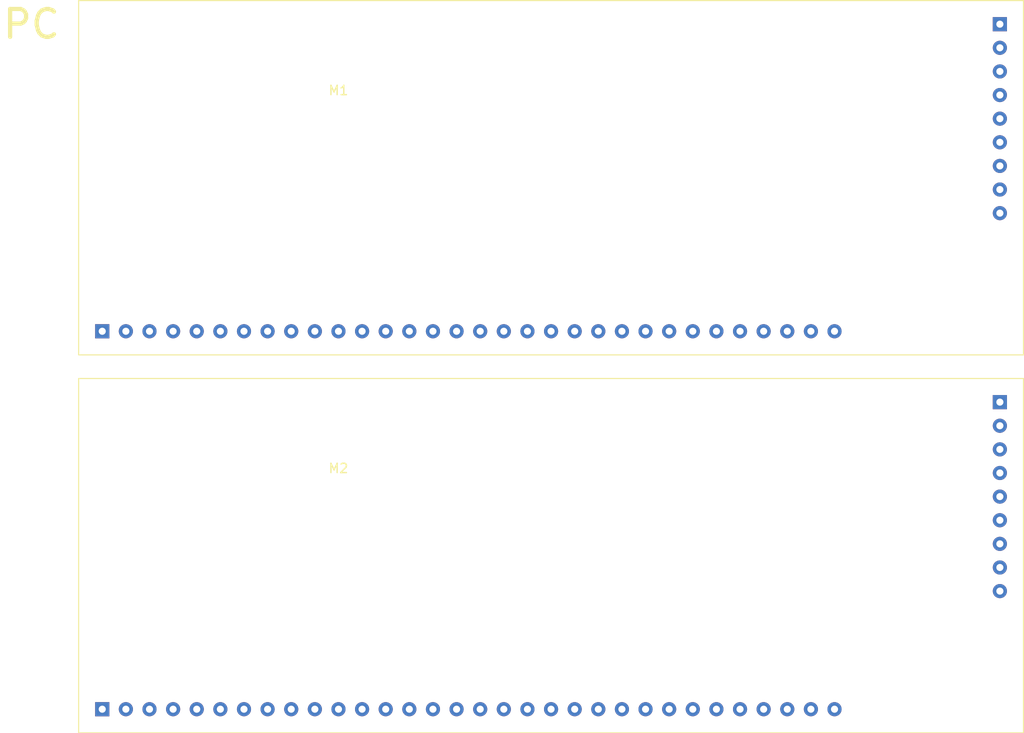
<source format=kicad_pcb>
(kicad_pcb (version 20200829) (generator pcbnew)

  (general
    (thickness 1.6)
  )

  (paper "A4")
  (layers
    (0 "F.Cu" signal)
    (31 "B.Cu" signal)
    (32 "B.Adhes" user)
    (33 "F.Adhes" user)
    (34 "B.Paste" user)
    (35 "F.Paste" user)
    (36 "B.SilkS" user)
    (37 "F.SilkS" user)
    (38 "B.Mask" user)
    (39 "F.Mask" user)
    (40 "Dwgs.User" user)
    (41 "Cmts.User" user)
    (42 "Eco1.User" user)
    (43 "Eco2.User" user)
    (44 "Edge.Cuts" user)
    (45 "Margin" user)
    (46 "B.CrtYd" user)
    (47 "F.CrtYd" user)
    (48 "B.Fab" user)
    (49 "F.Fab" user)
  )

  (setup
    (pcbplotparams
      (layerselection 0x010fc_ffffffff)
      (usegerberextensions false)
      (usegerberattributes true)
      (usegerberadvancedattributes true)
      (creategerberjobfile true)
      (svguseinch false)
      (svgprecision 6)
      (excludeedgelayer true)
      (linewidth 0.100000)
      (plotframeref false)
      (viasonmask false)
      (mode 1)
      (useauxorigin false)
      (hpglpennumber 1)
      (hpglpenspeed 20)
      (hpglpendiameter 15.000000)
      (psnegative false)
      (psa4output false)
      (plotreference true)
      (plotvalue true)
      (plotinvisibletext false)
      (sketchpadsonfab false)
      (subtractmaskfromsilk false)
      (outputformat 1)
      (mirror false)
      (drillshape 1)
      (scaleselection 1)
      (outputdirectory "")
    )
  )


  (net 0 "")
  (net 1 "Net-(M1-Pad39)")
  (net 2 "Net-(M1-Pad38)")
  (net 3 "Net-(M1-Pad37)")
  (net 4 "Net-(M1-Pad36)")
  (net 5 "Net-(M1-Pad35)")
  (net 6 "Net-(M1-Pad34)")
  (net 7 "Net-(M1-Pad33)")
  (net 8 "Net-(M1-Pad32)")
  (net 9 "Net-(M1-Pad31)")
  (net 10 "Net-(M1-Pad30)")
  (net 11 "Net-(M1-Pad29)")
  (net 12 "Net-(M1-Pad28)")
  (net 13 "Net-(M1-Pad27)")
  (net 14 "Net-(M1-Pad26)")
  (net 15 "Net-(M1-Pad25)")
  (net 16 "Net-(M1-Pad24)")
  (net 17 "Net-(M1-Pad23)")
  (net 18 "Net-(M1-Pad21)")
  (net 19 "Net-(M1-Pad20)")
  (net 20 "Net-(M1-Pad19)")
  (net 21 "Net-(M1-Pad18)")
  (net 22 "Net-(M1-Pad17)")
  (net 23 "/Abus05")
  (net 24 "/Abus06")
  (net 25 "/Abus07")
  (net 26 "/Abus08")
  (net 27 "/Abus09")
  (net 28 "/Abus10")
  (net 29 "/Abus11")
  (net 30 "/Abus12")
  (net 31 "/Abus13")
  (net 32 "/Abus14")
  (net 33 "/Abus15")
  (net 34 "/Addr05")
  (net 35 "/Abus04")
  (net 36 "/Abus03")
  (net 37 "/Abus01")
  (net 38 "/Abus00")
  (net 39 "Net-(M2-Pad39)")
  (net 40 "Net-(M2-Pad38)")
  (net 41 "Net-(M2-Pad37)")
  (net 42 "Net-(M2-Pad36)")
  (net 43 "Net-(M2-Pad35)")
  (net 44 "Net-(M2-Pad34)")
  (net 45 "Net-(M2-Pad33)")
  (net 46 "Net-(M2-Pad32)")
  (net 47 "Net-(M2-Pad31)")
  (net 48 "Net-(M2-Pad30)")
  (net 49 "Net-(M2-Pad29)")
  (net 50 "Net-(M2-Pad28)")
  (net 51 "Net-(M2-Pad27)")
  (net 52 "Net-(M2-Pad26)")
  (net 53 "Net-(M2-Pad25)")
  (net 54 "Net-(M2-Pad24)")
  (net 55 "Net-(M2-Pad23)")
  (net 56 "Net-(M2-Pad21)")
  (net 57 "Net-(M2-Pad20)")
  (net 58 "Net-(M2-Pad19)")
  (net 59 "Net-(M2-Pad18)")
  (net 60 "Net-(M2-Pad17)")
  (net 61 "/Abus02")
  (net 62 "VCC")
  (net 63 "GND")

  (module "Modules:Address Register" (layer "F.Cu") (tedit 5F592197) (tstamp 9fcb0950-68d7-40eb-ae51-50bd94851583)
    (at 48.26 25.4)
    (property "Sheet file" "/Users/sxpert/devel/TTL_cpu_James_Sharman/Motherboard/Motherboard.kicad_sch")
    (property "Sheet name" "")
    (path "/c694f789-4721-4591-9534-c2097d3f5910")
    (attr through_hole)
    (fp_text reference "M1" (at 0 -0.5 unlocked) (layer "F.SilkS")
      (effects (font (size 1 1) (thickness 0.15)))
      (tstamp edc2dd63-5b0c-4e98-8fcb-351b10dac9c0)
    )
    (fp_text value "PC" (at -33.02 -7.62 unlocked) (layer "F.SilkS")
      (effects (font (size 3 3) (thickness 0.45)))
      (tstamp 0a91d298-4049-45e0-9de4-8dcc2a70f165)
    )
    (fp_text user "${REFERENCE}" (at 0 2.5 unlocked) (layer "F.Fab")
      (effects (font (size 1 1) (thickness 0.15)))
      (tstamp dba5545a-e69c-4e2d-801d-6502582fd1c4)
    )
    (fp_rect (start 73.66 -10.16) (end -27.94 27.94) (layer "F.SilkS") (width 0.12) (tstamp 2a1af912-413c-403e-8e8d-d8ec27887f5c))
    (pad "1" thru_hole rect (at -25.4 25.4) (size 1.524 1.524) (drill 0.762) (layers *.Cu *.Mask)
      (net 38 "/Abus00") (pinfunction "Abus00") (tstamp 9923ffc8-c076-4f81-b916-7912a8771e19))
    (pad "2" thru_hole circle (at -22.86 25.4) (size 1.524 1.524) (drill 0.762) (layers *.Cu *.Mask)
      (net 37 "/Abus01") (pinfunction "Abus01") (tstamp 1a9176be-d41b-4fcb-a37b-1e9cf7bc452b))
    (pad "3" thru_hole circle (at -20.32 25.4) (size 1.524 1.524) (drill 0.762) (layers *.Cu *.Mask)
      (net 61 "/Abus02") (pinfunction "Abus02") (tstamp 142f39fd-5788-476b-8b7d-24afc7fd7850))
    (pad "4" thru_hole circle (at -17.78 25.4) (size 1.524 1.524) (drill 0.762) (layers *.Cu *.Mask)
      (net 36 "/Abus03") (pinfunction "Abus03") (tstamp 466d5833-e519-4391-917b-7e7b64f2ba52))
    (pad "5" thru_hole circle (at -15.24 25.4) (size 1.524 1.524) (drill 0.762) (layers *.Cu *.Mask)
      (net 35 "/Abus04") (pinfunction "Abus04") (tstamp 49c93e4f-2739-46b5-954b-c2965d59023c))
    (pad "6" thru_hole circle (at -12.7 25.4) (size 1.524 1.524) (drill 0.762) (layers *.Cu *.Mask)
      (net 23 "/Abus05") (pinfunction "Abus05") (tstamp 48b01e8d-40a7-42e2-877e-8244cba257b6))
    (pad "7" thru_hole circle (at -10.16 25.4) (size 1.524 1.524) (drill 0.762) (layers *.Cu *.Mask)
      (net 24 "/Abus06") (pinfunction "Abus06") (tstamp 8b1604ad-304d-42bd-9d2a-94f0d0972d11))
    (pad "8" thru_hole circle (at -7.62 25.4) (size 1.524 1.524) (drill 0.762) (layers *.Cu *.Mask)
      (net 25 "/Abus07") (pinfunction "Abus07") (tstamp 86a3cb39-07fa-4220-9f9b-0d563be6304b))
    (pad "9" thru_hole circle (at -5.08 25.4) (size 1.524 1.524) (drill 0.762) (layers *.Cu *.Mask)
      (net 26 "/Abus08") (pinfunction "Abus08") (tstamp ae6cda5f-84eb-438e-87b6-a63c4d1b8bcd))
    (pad "10" thru_hole circle (at -2.54 25.4) (size 1.524 1.524) (drill 0.762) (layers *.Cu *.Mask)
      (net 27 "/Abus09") (pinfunction "Abus09") (tstamp b6db36e5-7f42-44b4-b756-0394d8b095b9))
    (pad "11" thru_hole circle (at 0 25.4) (size 1.524 1.524) (drill 0.762) (layers *.Cu *.Mask)
      (net 28 "/Abus10") (pinfunction "Abus10") (tstamp 1114b7e1-4070-42b4-aa5e-98a0f50905c4))
    (pad "12" thru_hole circle (at 2.54 25.4) (size 1.524 1.524) (drill 0.762) (layers *.Cu *.Mask)
      (net 29 "/Abus11") (pinfunction "Abus11") (tstamp a8a5fd9a-4d05-43c8-ba23-aa33c477d354))
    (pad "13" thru_hole circle (at 5.08 25.4) (size 1.524 1.524) (drill 0.762) (layers *.Cu *.Mask)
      (net 30 "/Abus12") (pinfunction "Abus12") (tstamp 7eea2b24-338e-4f30-825b-3fd392fc5f22))
    (pad "14" thru_hole circle (at 7.62 25.4) (size 1.524 1.524) (drill 0.762) (layers *.Cu *.Mask)
      (net 31 "/Abus13") (pinfunction "Abus13") (tstamp 39625ac5-eaa5-40a2-afcd-abac81d6b74e))
    (pad "15" thru_hole circle (at 10.16 25.4) (size 1.524 1.524) (drill 0.762) (layers *.Cu *.Mask)
      (net 32 "/Abus14") (pinfunction "Abus14") (tstamp ed802e23-d2ac-413b-9816-a73fe72cc834))
    (pad "16" thru_hole circle (at 12.7 25.4) (size 1.524 1.524) (drill 0.762) (layers *.Cu *.Mask)
      (net 33 "/Abus15") (pinfunction "ABus15") (tstamp a96e49f4-23de-4334-a341-3ffe640127da))
    (pad "17" thru_hole circle (at 15.24 25.4) (size 1.524 1.524) (drill 0.762) (layers *.Cu *.Mask)
      (net 22 "Net-(M1-Pad17)") (pinfunction "Addr00") (tstamp f1da168b-33d6-4fc8-b666-82e0032163fb))
    (pad "18" thru_hole circle (at 17.78 25.4) (size 1.524 1.524) (drill 0.762) (layers *.Cu *.Mask)
      (net 21 "Net-(M1-Pad18)") (pinfunction "Addr01") (tstamp 6b008f5b-efc6-4114-accc-097259d1a293))
    (pad "19" thru_hole circle (at 20.32 25.4) (size 1.524 1.524) (drill 0.762) (layers *.Cu *.Mask)
      (net 20 "Net-(M1-Pad19)") (pinfunction "Addr02") (tstamp a4ee8812-9aee-4116-a39c-4d4c78a7f7cc))
    (pad "20" thru_hole circle (at 22.86 25.4) (size 1.524 1.524) (drill 0.762) (layers *.Cu *.Mask)
      (net 19 "Net-(M1-Pad20)") (pinfunction "Addr03") (tstamp 4edacc09-13cf-4e73-86db-e6be74dca3f2))
    (pad "21" thru_hole circle (at 25.4 25.4) (size 1.524 1.524) (drill 0.762) (layers *.Cu *.Mask)
      (net 18 "Net-(M1-Pad21)") (pinfunction "Addr04") (tstamp f3006cdb-f7aa-4c6e-a5ed-b674101fe67a))
    (pad "22" thru_hole circle (at 27.94 25.4) (size 1.524 1.524) (drill 0.762) (layers *.Cu *.Mask)
      (net 34 "/Addr05") (pinfunction "Addr05") (tstamp 5828bb21-4c81-4e03-908b-5917b9faeef2))
    (pad "23" thru_hole circle (at 30.48 25.4) (size 1.524 1.524) (drill 0.762) (layers *.Cu *.Mask)
      (net 17 "Net-(M1-Pad23)") (pinfunction "Addr06") (tstamp b5039b69-bc74-4cc9-908c-0fdb5ef334b8))
    (pad "24" thru_hole circle (at 33.02 25.4) (size 1.524 1.524) (drill 0.762) (layers *.Cu *.Mask)
      (net 16 "Net-(M1-Pad24)") (pinfunction "Addr07") (tstamp b3a4525e-e18d-4c26-a34c-4e0e50fbc2d3))
    (pad "25" thru_hole circle (at 35.56 25.4) (size 1.524 1.524) (drill 0.762) (layers *.Cu *.Mask)
      (net 15 "Net-(M1-Pad25)") (pinfunction "Addr08") (tstamp 92bda92b-50d7-4a7a-8c1e-1157d971196e))
    (pad "26" thru_hole circle (at 38.1 25.4) (size 1.524 1.524) (drill 0.762) (layers *.Cu *.Mask)
      (net 14 "Net-(M1-Pad26)") (pinfunction "Addr09") (tstamp 0e0031e8-4895-416a-a7d3-dc8b9143764c))
    (pad "27" thru_hole circle (at 40.64 25.4) (size 1.524 1.524) (drill 0.762) (layers *.Cu *.Mask)
      (net 13 "Net-(M1-Pad27)") (pinfunction "Addr10") (tstamp 555f4df4-bd12-4f62-aa4f-65cb48df9367))
    (pad "28" thru_hole circle (at 43.18 25.4) (size 1.524 1.524) (drill 0.762) (layers *.Cu *.Mask)
      (net 12 "Net-(M1-Pad28)") (pinfunction "Addr11") (tstamp 10b8fc58-7ee6-45bc-97cd-9f5fab27a5e2))
    (pad "29" thru_hole circle (at 45.72 25.4) (size 1.524 1.524) (drill 0.762) (layers *.Cu *.Mask)
      (net 11 "Net-(M1-Pad29)") (pinfunction "Addr12") (tstamp e16463d9-515e-49f1-9aeb-cf86ac724944))
    (pad "30" thru_hole circle (at 48.26 25.4) (size 1.524 1.524) (drill 0.762) (layers *.Cu *.Mask)
      (net 10 "Net-(M1-Pad30)") (pinfunction "Addr13") (tstamp c80c039e-d7c4-4b1d-b974-951550b4af15))
    (pad "31" thru_hole circle (at 50.8 25.4) (size 1.524 1.524) (drill 0.762) (layers *.Cu *.Mask)
      (net 9 "Net-(M1-Pad31)") (pinfunction "Addr14") (tstamp e63fb9de-6561-40ec-a714-1a6407c273ae))
    (pad "32" thru_hole circle (at 53.34 25.4) (size 1.524 1.524) (drill 0.762) (layers *.Cu *.Mask)
      (net 8 "Net-(M1-Pad32)") (pinfunction "Addr15") (tstamp 595952b0-5c18-4bd3-9c33-b7032de14dd9))
    (pad "33" thru_hole circle (at 71.12 12.7) (size 1.524 1.524) (drill 0.762) (layers *.Cu *.Mask)
      (net 7 "Net-(M1-Pad33)") (pinfunction "en_Addr") (tstamp 1c3f15a0-c186-493a-8332-057176f3a5ef))
    (pad "34" thru_hole circle (at 71.12 10.16) (size 1.524 1.524) (drill 0.762) (layers *.Cu *.Mask)
      (net 6 "Net-(M1-Pad34)") (pinfunction "en_Abus") (tstamp 6ec543be-00b9-4f0d-ab9b-0ddb61e4e0fb))
    (pad "35" thru_hole circle (at 71.12 7.62) (size 1.524 1.524) (drill 0.762) (layers *.Cu *.Mask)
      (net 5 "Net-(M1-Pad35)") (pinfunction "Load") (tstamp 2ceddb71-6ef9-4199-b31a-5e3eb9b4264f))
    (pad "36" thru_hole circle (at 71.12 5.08) (size 1.524 1.524) (drill 0.762) (layers *.Cu *.Mask)
      (net 4 "Net-(M1-Pad36)") (pinfunction "Inc") (tstamp df158f2c-9bb5-4f79-84e4-1f6960ce468f))
    (pad "37" thru_hole circle (at 71.12 2.54) (size 1.524 1.524) (drill 0.762) (layers *.Cu *.Mask)
      (net 3 "Net-(M1-Pad37)") (pinfunction "dec") (tstamp 5df78d66-3e39-4bbb-8f9f-31df9405e654))
    (pad "38" thru_hole circle (at 71.12 0) (size 1.524 1.524) (drill 0.762) (layers *.Cu *.Mask)
      (net 2 "Net-(M1-Pad38)") (pinfunction "Clear") (tstamp 9c27415c-d7d1-4d0b-ab58-b0e2bf3fbcf4))
    (pad "39" thru_hole circle (at 71.12 -2.54) (size 1.524 1.524) (drill 0.762) (layers *.Cu *.Mask)
      (net 1 "Net-(M1-Pad39)") (pinfunction "Clock") (tstamp bbfbeb9a-c9d6-4f9f-94bc-015d8f9b1efa))
    (pad "40" thru_hole circle (at 71.12 -5.08) (size 1.524 1.524) (drill 0.762) (layers *.Cu *.Mask)
      (net 63 "GND") (pinfunction "Gnd") (tstamp 41e82cd5-dd66-49e3-af67-a923efc30682))
    (pad "41" thru_hole rect (at 71.12 -7.62) (size 1.524 1.524) (drill 0.762) (layers *.Cu *.Mask)
      (net 62 "VCC") (pinfunction "Vcc") (tstamp 8ff768ac-9c78-4374-bd72-79f50480656e))
  )

  (module "Modules:Address Register" (layer "F.Cu") (tedit 5F592197) (tstamp f1652d7d-d543-4c81-bccb-5399c1fa085c)
    (at 48.26 66.04)
    (property "Sheet file" "/Users/sxpert/devel/TTL_cpu_James_Sharman/Motherboard/Motherboard.kicad_sch")
    (property "Sheet name" "")
    (path "/32d66bee-6939-4c50-b2ed-5022dc02436f")
    (attr through_hole)
    (fp_text reference "M2" (at 0 -0.5 unlocked) (layer "F.SilkS")
      (effects (font (size 1 1) (thickness 0.15)))
      (tstamp 69900bb2-5723-4f64-833c-700a4b12fb3b)
    )
    (fp_text value "BC" (at 0 1 unlocked) (layer "F.Fab")
      (effects (font (size 1 1) (thickness 0.15)))
      (tstamp ca76f6ba-389a-48dd-aa36-2d2522471e6b)
    )
    (fp_text user "${REFERENCE}" (at 0 2.5 unlocked) (layer "F.Fab")
      (effects (font (size 1 1) (thickness 0.15)))
      (tstamp 1c0b2133-8630-4d50-ba15-1bc69f5cfb0b)
    )
    (fp_rect (start 73.66 -10.16) (end -27.94 27.94) (layer "F.SilkS") (width 0.12) (tstamp 139ba988-bbe1-4bf9-99dc-f1de2f5ac6da))
    (pad "1" thru_hole rect (at -25.4 25.4) (size 1.524 1.524) (drill 0.762) (layers *.Cu *.Mask)
      (net 38 "/Abus00") (pinfunction "Abus00") (tstamp 588106eb-35c4-4ea1-8f3f-25f5408341b8))
    (pad "2" thru_hole circle (at -22.86 25.4) (size 1.524 1.524) (drill 0.762) (layers *.Cu *.Mask)
      (net 37 "/Abus01") (pinfunction "Abus01") (tstamp 73ddb3e6-fdba-47f2-af2f-6d3af398ffdf))
    (pad "3" thru_hole circle (at -20.32 25.4) (size 1.524 1.524) (drill 0.762) (layers *.Cu *.Mask)
      (net 61 "/Abus02") (pinfunction "Abus02") (tstamp ee079fb7-ce68-4f7f-86e4-9ffcaa82ad52))
    (pad "4" thru_hole circle (at -17.78 25.4) (size 1.524 1.524) (drill 0.762) (layers *.Cu *.Mask)
      (net 36 "/Abus03") (pinfunction "Abus03") (tstamp 6ac455e0-47f4-42fe-b5db-0851197342d9))
    (pad "5" thru_hole circle (at -15.24 25.4) (size 1.524 1.524) (drill 0.762) (layers *.Cu *.Mask)
      (net 35 "/Abus04") (pinfunction "Abus04") (tstamp af1f5649-0ff3-4e1e-a601-b5f646737604))
    (pad "6" thru_hole circle (at -12.7 25.4) (size 1.524 1.524) (drill 0.762) (layers *.Cu *.Mask)
      (net 23 "/Abus05") (pinfunction "Abus05") (tstamp e8dfa885-514d-4662-b856-38065cf221ef))
    (pad "7" thru_hole circle (at -10.16 25.4) (size 1.524 1.524) (drill 0.762) (layers *.Cu *.Mask)
      (net 24 "/Abus06") (pinfunction "Abus06") (tstamp b5427561-f698-4f4e-b508-873b5b10cf2e))
    (pad "8" thru_hole circle (at -7.62 25.4) (size 1.524 1.524) (drill 0.762) (layers *.Cu *.Mask)
      (net 25 "/Abus07") (pinfunction "Abus07") (tstamp bf5385fe-aec5-4c03-a651-df4bd1cec493))
    (pad "9" thru_hole circle (at -5.08 25.4) (size 1.524 1.524) (drill 0.762) (layers *.Cu *.Mask)
      (net 26 "/Abus08") (pinfunction "Abus08") (tstamp 3deee7f4-8320-4fda-9935-287516da669a))
    (pad "10" thru_hole circle (at -2.54 25.4) (size 1.524 1.524) (drill 0.762) (layers *.Cu *.Mask)
      (net 27 "/Abus09") (pinfunction "Abus09") (tstamp 5954c2a1-a74b-406b-91b6-02a117c746c3))
    (pad "11" thru_hole circle (at 0 25.4) (size 1.524 1.524) (drill 0.762) (layers *.Cu *.Mask)
      (net 28 "/Abus10") (pinfunction "Abus10") (tstamp d0ce6829-3a23-47b7-9105-64c15497af21))
    (pad "12" thru_hole circle (at 2.54 25.4) (size 1.524 1.524) (drill 0.762) (layers *.Cu *.Mask)
      (net 29 "/Abus11") (pinfunction "Abus11") (tstamp 88ba2e23-25ea-4290-8882-d24129b5755a))
    (pad "13" thru_hole circle (at 5.08 25.4) (size 1.524 1.524) (drill 0.762) (layers *.Cu *.Mask)
      (net 30 "/Abus12") (pinfunction "Abus12") (tstamp 0ca8f3c5-a3f2-4677-95c8-924e54487422))
    (pad "14" thru_hole circle (at 7.62 25.4) (size 1.524 1.524) (drill 0.762) (layers *.Cu *.Mask)
      (net 31 "/Abus13") (pinfunction "Abus13") (tstamp 7368ad8f-9c07-451d-bfa1-69fe03f0b11b))
    (pad "15" thru_hole circle (at 10.16 25.4) (size 1.524 1.524) (drill 0.762) (layers *.Cu *.Mask)
      (net 32 "/Abus14") (pinfunction "Abus14") (tstamp 1765f731-58c3-4f9d-9aa1-048837dc5faa))
    (pad "16" thru_hole circle (at 12.7 25.4) (size 1.524 1.524) (drill 0.762) (layers *.Cu *.Mask)
      (net 33 "/Abus15") (pinfunction "ABus15") (tstamp 9180c715-a54a-4191-b5e7-8102f40293f4))
    (pad "17" thru_hole circle (at 15.24 25.4) (size 1.524 1.524) (drill 0.762) (layers *.Cu *.Mask)
      (net 60 "Net-(M2-Pad17)") (pinfunction "Addr00") (tstamp 071e48da-f29b-463c-bfe1-e79163c6cce4))
    (pad "18" thru_hole circle (at 17.78 25.4) (size 1.524 1.524) (drill 0.762) (layers *.Cu *.Mask)
      (net 59 "Net-(M2-Pad18)") (pinfunction "Addr01") (tstamp e74322a0-9818-454e-8738-bc0aa824de4a))
    (pad "19" thru_hole circle (at 20.32 25.4) (size 1.524 1.524) (drill 0.762) (layers *.Cu *.Mask)
      (net 58 "Net-(M2-Pad19)") (pinfunction "Addr02") (tstamp 6f17bd7d-9064-466f-8ada-b05ab81da219))
    (pad "20" thru_hole circle (at 22.86 25.4) (size 1.524 1.524) (drill 0.762) (layers *.Cu *.Mask)
      (net 57 "Net-(M2-Pad20)") (pinfunction "Addr03") (tstamp bccfdfbc-36ac-4340-a249-81448d0c49a7))
    (pad "21" thru_hole circle (at 25.4 25.4) (size 1.524 1.524) (drill 0.762) (layers *.Cu *.Mask)
      (net 56 "Net-(M2-Pad21)") (pinfunction "Addr04") (tstamp 18b029d8-a540-4517-8137-0a5d6d042600))
    (pad "22" thru_hole circle (at 27.94 25.4) (size 1.524 1.524) (drill 0.762) (layers *.Cu *.Mask)
      (net 34 "/Addr05") (pinfunction "Addr05") (tstamp ed29bc63-2b6a-424c-8c4f-54a0c6f18d6f))
    (pad "23" thru_hole circle (at 30.48 25.4) (size 1.524 1.524) (drill 0.762) (layers *.Cu *.Mask)
      (net 55 "Net-(M2-Pad23)") (pinfunction "Addr06") (tstamp 2a96b01f-327e-4027-abef-c328c16ff05d))
    (pad "24" thru_hole circle (at 33.02 25.4) (size 1.524 1.524) (drill 0.762) (layers *.Cu *.Mask)
      (net 54 "Net-(M2-Pad24)") (pinfunction "Addr07") (tstamp ff886350-da29-4351-8f22-869c27398f9c))
    (pad "25" thru_hole circle (at 35.56 25.4) (size 1.524 1.524) (drill 0.762) (layers *.Cu *.Mask)
      (net 53 "Net-(M2-Pad25)") (pinfunction "Addr08") (tstamp dded42bb-d537-4d87-9260-b7447cb9701b))
    (pad "26" thru_hole circle (at 38.1 25.4) (size 1.524 1.524) (drill 0.762) (layers *.Cu *.Mask)
      (net 52 "Net-(M2-Pad26)") (pinfunction "Addr09") (tstamp d5012079-bfd4-4932-a07e-f3ef111e3b8f))
    (pad "27" thru_hole circle (at 40.64 25.4) (size 1.524 1.524) (drill 0.762) (layers *.Cu *.Mask)
      (net 51 "Net-(M2-Pad27)") (pinfunction "Addr10") (tstamp 1d33b622-4649-4d74-9bed-42e3bc0703b9))
    (pad "28" thru_hole circle (at 43.18 25.4) (size 1.524 1.524) (drill 0.762) (layers *.Cu *.Mask)
      (net 50 "Net-(M2-Pad28)") (pinfunction "Addr11") (tstamp 981413fb-1c53-4fa8-9bbc-9b48fabb1da2))
    (pad "29" thru_hole circle (at 45.72 25.4) (size 1.524 1.524) (drill 0.762) (layers *.Cu *.Mask)
      (net 49 "Net-(M2-Pad29)") (pinfunction "Addr12") (tstamp 62599d31-0777-4aaa-a9e8-a3131942c528))
    (pad "30" thru_hole circle (at 48.26 25.4) (size 1.524 1.524) (drill 0.762) (layers *.Cu *.Mask)
      (net 48 "Net-(M2-Pad30)") (pinfunction "Addr13") (tstamp 7c209a78-5401-40fb-b3e9-f5688e10a692))
    (pad "31" thru_hole circle (at 50.8 25.4) (size 1.524 1.524) (drill 0.762) (layers *.Cu *.Mask)
      (net 47 "Net-(M2-Pad31)") (pinfunction "Addr14") (tstamp 0d49a182-9d34-4d63-ba6b-76580c00f426))
    (pad "32" thru_hole circle (at 53.34 25.4) (size 1.524 1.524) (drill 0.762) (layers *.Cu *.Mask)
      (net 46 "Net-(M2-Pad32)") (pinfunction "Addr15") (tstamp 72da0882-9372-41e8-b9b1-574b48b52534))
    (pad "33" thru_hole circle (at 71.12 12.7) (size 1.524 1.524) (drill 0.762) (layers *.Cu *.Mask)
      (net 45 "Net-(M2-Pad33)") (pinfunction "en_Addr") (tstamp 280e5e9b-9378-42dc-af37-c5f39ac5e881))
    (pad "34" thru_hole circle (at 71.12 10.16) (size 1.524 1.524) (drill 0.762) (layers *.Cu *.Mask)
      (net 44 "Net-(M2-Pad34)") (pinfunction "en_Abus") (tstamp 94a608ce-cf3a-43f6-b53f-66d051e56335))
    (pad "35" thru_hole circle (at 71.12 7.62) (size 1.524 1.524) (drill 0.762) (layers *.Cu *.Mask)
      (net 43 "Net-(M2-Pad35)") (pinfunction "Load") (tstamp e5b9dd27-65b5-4633-b792-52049e3b7dae))
    (pad "36" thru_hole circle (at 71.12 5.08) (size 1.524 1.524) (drill 0.762) (layers *.Cu *.Mask)
      (net 42 "Net-(M2-Pad36)") (pinfunction "Inc") (tstamp 2630e599-14d7-4b12-a07a-a5771ce6e0f4))
    (pad "37" thru_hole circle (at 71.12 2.54) (size 1.524 1.524) (drill 0.762) (layers *.Cu *.Mask)
      (net 41 "Net-(M2-Pad37)") (pinfunction "dec") (tstamp 0d326841-b245-4724-938e-909ac0ebd0c2))
    (pad "38" thru_hole circle (at 71.12 0) (size 1.524 1.524) (drill 0.762) (layers *.Cu *.Mask)
      (net 40 "Net-(M2-Pad38)") (pinfunction "Clear") (tstamp 7da00ca1-bc38-4537-8d7d-ecb35f665ace))
    (pad "39" thru_hole circle (at 71.12 -2.54) (size 1.524 1.524) (drill 0.762) (layers *.Cu *.Mask)
      (net 39 "Net-(M2-Pad39)") (pinfunction "Clock") (tstamp e2404fbe-ba36-492e-b75b-6675a51718a5))
    (pad "40" thru_hole circle (at 71.12 -5.08) (size 1.524 1.524) (drill 0.762) (layers *.Cu *.Mask)
      (net 63 "GND") (pinfunction "Gnd") (tstamp 6e3d3d6c-64ed-4094-8b2d-53a9dd586136))
    (pad "41" thru_hole rect (at 71.12 -7.62) (size 1.524 1.524) (drill 0.762) (layers *.Cu *.Mask)
      (net 62 "VCC") (pinfunction "Vcc") (tstamp d6d6f6d0-ea8a-43d3-9f1b-0d06b832a41c))
  )

)

</source>
